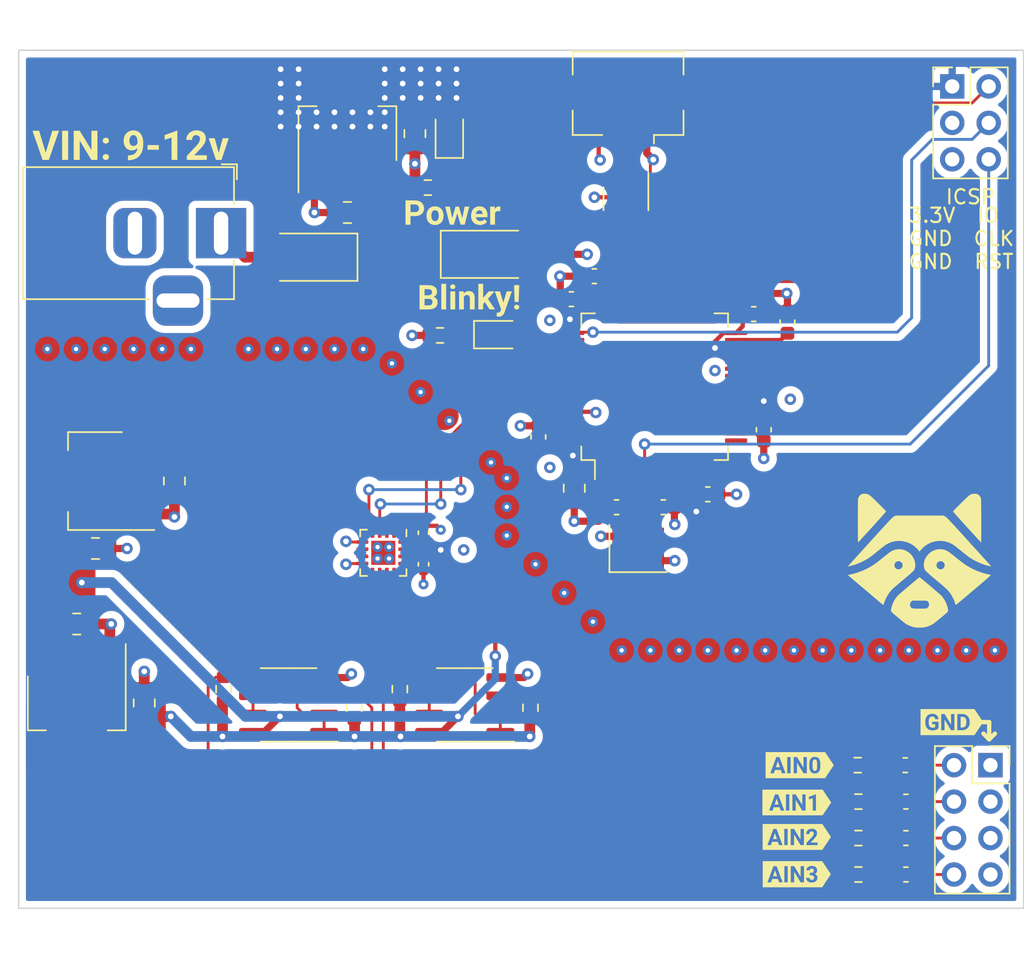
<source format=kicad_pcb>
(kicad_pcb (version 20211014) (generator pcbnew)
  (layers (0 "F.Cu" signal) (1 "In1.Cu" power) (2 "In2.Cu" power) (31 "B.Cu" signal) (34 "B.Paste" user) (35 "F.Paste" user) (36 "B.SilkS" user "B.Silkscreen") (37 "F.SilkS" user "F.Silkscreen") (38 "B.Mask" user) (39 "F.Mask" user) (44 "Edge.Cuts" user))
  (net 0 "")
  (net 1 "GND")
  (net 2 "/Analog In/FILT_AIN0")
  (net 3 "/Analog In/FILT_AIN1")
  (net 4 "/Analog In/FILT_AIN2")
  (net 5 "/Analog In/FILT_AIN3")
  (net 6 "+5VA")
  (net 7 "+3.3VA")
  (net 8 "/Analog In/AIN0")
  (net 9 "Net-(C301-Pad2)")
  (net 10 "/Analog In/AIN1")
  (net 11 "Net-(C302-Pad2)")
  (net 12 "/Analog In/AIN2")
  (net 13 "Net-(C303-Pad2)")
  (net 14 "/Analog In/AIN3")
  (net 15 "Net-(C304-Pad2)")
  (net 16 "/Microcontroller/MCU_PH0")
  (net 17 "/Microcontroller/MCU_PH1")
  (net 18 "+3.3V")
  (net 19 "VBUS")
  (net 20 "/Microcontroller/USB_D-")
  (net 21 "/Microcontroller/USB_D+")
  (net 23 "unconnected-(J401-Pad6)")
  (net 24 "/Microcontroller/MCU_SWD_IO")
  (net 25 "/Microcontroller/MCU_SWD_CLK")
  (net 26 "/Microcontroller/MCU_NRST")
  (net 27 "/Analog In/ADC_AIN0")
  (net 28 "/Analog In/ADC_AIN1")
  (net 29 "/Analog In/ADC_AIN2")
  (net 30 "/Analog In/ADC_AIN3")
  (net 31 "MCU_ADC_INT")
  (net 32 "/Analog In/MCU_SDA")
  (net 33 "/Analog In/MCU_SCL")
  (net 34 "/Microcontroller/MCU_USB_D+")
  (net 35 "/Microcontroller/MCU_USB_D-")
  (net 77 "/Microcontroller/MCU_VCAP1")
  (net 78 "/Microcontroller/MCU_VCAP2")
  (net 79 "/Microcontroller/MCU_LED")
  (net 80 "Net-(D202-Pad1)")
  (net 81 "Net-(D402-Pad1)")
  (net 84 "Net-(U303-Pad13)")
  (net 85 "Vin")
  (net 86 "Net-(D201-Pad2)")
  (footprint "Package_SO:SOIC-8_3.9x4.9mm_P1.27mm" (layer "F.Cu") (at 88.8 105.8 180)
    (fp_text reference "U302")
    (fp_text value "TL082")
  )
  (footprint "Connector_BarrelJack:BarrelJack_Horizontal" (layer "F.Cu") (at 84.1 72.925)
    (fp_text reference "J201")
    (fp_text value "Barrel_Jack")
  )
  (footprint "Capacitor_SMD:C_0603_1608Metric" (layer "F.Cu") (at 131.75 110 180)
    (fp_text reference "C301")
    (fp_text value "10u")
  )
  (footprint "Package_TO_SOT_SMD:SOT-23-6" (layer "F.Cu") (at 112.3 70.525 -90)
    (fp_text reference "U401")
    (fp_text value "USBLC6-2SC6")
  )
  (footprint "kibuzzard-63BB1A01" (layer "F.Cu") (at 124.2 115)
    (fp_text reference "kibuzzard-63BB1A01" hide)
    (fp_text value "G***" hide)
  )
  (footprint "Capacitor_SMD:C_0603_1608Metric" (layer "F.Cu") (at 123.55 79.125 90)
    (fp_text reference "C403")
    (fp_text value "2.2u")
  )
  (footprint "kibuzzard-63BB1A7D" (layer "F.Cu") (at 124.4 110)
    (fp_text reference "kibuzzard-63BB1A7D" hide)
    (fp_text value "G***" hide)
  )
  (footprint "Capacitor_SMD:C_0402_1005Metric" (layer "F.Cu") (at 98.2 96 -90)
    (fp_text reference "C306")
    (fp_text value "1u")
  )
  (footprint "Package_TO_SOT_SMD:SOT-223-3_TabPin2" (layer "F.Cu") (at 92.9 65.9875 90)
    (fp_text reference "U201")
    (fp_text value "AMS1117-3.3")
  )
  (footprint "kibuzzard-63BB1BAF" (layer "F.Cu") (at 100.25 71.5)
    (fp_text reference "kibuzzard-63BB1BAF" hide)
    (fp_text value "G***" hide)
  )
  (footprint "Capacitor_SMD:C_0805_2012Metric" (layer "F.Cu") (at 92.9 71.4875)
    (fp_text reference "C202")
    (fp_text value "22u")
  )
  (footprint "kibuzzard-63CD6EAA" (layer "F.Cu") (at 124.2 112.6)
    (fp_text reference "kibuzzard-63CD6EAA" hide)
    (fp_text value "G***" hide)
  )
  (footprint "Package_QFP:LQFP-64_10x10mm_P0.5mm" (layer "F.Cu") (at 114.3 83.625 90)
    (fp_text reference "U402")
    (fp_text value "STM32F405RGTx")
  )
  (footprint "Resistor_SMD:R_0603_1608Metric" (layer "F.Cu") (at 128.49 112.54 180)
    (fp_text reference "R302")
    (fp_text value "10k")
  )
  (footprint "Connector_USB:USB_Micro-B_Amphenol_10104110_Horizontal" (layer "F.Cu") (at 112.45 64.425 180)
    (fp_text reference "J401")
    (fp_text value "USB_B_Micro")
  )
  (footprint "Package_TO_SOT_SMD:SOT-223-3_TabPin2" (layer "F.Cu") (at 74.05 105.6625 -90)
    (fp_text reference "U203")
    (fp_text value "AMS1117-3.3")
  )
  (footprint "Capacitor_SMD:C_0603_1608Metric" (layer "F.Cu") (at 108.5 77.525 180)
    (fp_text reference "C409")
    (fp_text value "100n")
  )
  (footprint "Capacitor_SMD:C_0603_1608Metric" (layer "F.Cu") (at 114.9 92.025)
    (fp_text reference "C402")
    (fp_text value "30p")
  )
  (footprint "Capacitor_SMD:C_0603_1608Metric" (layer "F.Cu") (at 106.2 87.125 90)
    (fp_text reference "C405")
    (fp_text value "100n")
  )
  (footprint "Package_DFN_QFN:WQFN-16-1EP_3x3mm_P0.5mm_EP1.68x1.68mm" (layer "F.Cu") (at 95.4 95.2 -90)
    (fp_text reference "U303")
    (fp_text value "ADS7924")
  )
  (footprint "Capacitor_SMD:C_0402_1005Metric" (layer "F.Cu") (at 98.2 93.8 90)
    (fp_text reference "C305")
    (fp_text value "1u")
  )
  (footprint "Resistor_SMD:R_0603_1608Metric" (layer "F.Cu") (at 84.275 104.7 90)
    (fp_text reference "R308")
    (fp_text value "10k")
  )
  (footprint "Package_TO_SOT_SMD:SOT-223-3_TabPin2" (layer "F.Cu") (at 75.35 90.2 180)
    (fp_text reference "U202")
    (fp_text value "AMS1117-5.0")
  )
  (footprint "Diode_SMD:D_SMA" (layer "F.Cu") (at 90.2 74.6 180)
    (fp_text reference "D201")
    (fp_text value "SS54")
  )
  (footprint "Capacitor_SMD:C_0805_2012Metric" (layer "F.Cu") (at 74.05 100.1625 180)
    (fp_text reference "C204")
    (fp_text value "22u")
  )
  (footprint "LED_SMD:LED_0805_2012Metric" (layer "F.Cu") (at 103.4 80)
    (fp_text reference "D402")
    (fp_text value "GREEN")
  )
  (footprint "kibuzzard-63BB1AB4" (layer "F.Cu") (at 135 107)
    (fp_text reference "kibuzzard-63BB1AB4" hide)
    (fp_text value "G***" hide)
  )
  (footprint "Resistor_SMD:R_0603_1608Metric" (layer "F.Cu") (at 99.35 80.05 180)
    (fp_text reference "R401")
    (fp_text value "1k")
  )
  (footprint "Capacitor_SMD:C_0603_1608Metric" (layer "F.Cu") (at 121.2 78.565)
    (fp_text reference "C407")
    (fp_text value "100n")
  )
  (footprint "Capacitor_SMD:C_0603_1608Metric" (layer "F.Cu") (at 131.8 112.54 180)
    (fp_text reference "C302")
    (fp_text value "10u")
  )
  (footprint "Capacitor_SMD:C_0805_2012Metric" (layer "F.Cu") (at 108.7 90.7 -90)
    (fp_text reference "C410")
    (fp_text value "22u")
  )
  (footprint "Resistor_SMD:R_0603_1608Metric" (layer "F.Cu") (at 105.65 106 90)
    (fp_text reference "R305")
    (fp_text value "10k")
  )
  (footprint "Connector_PinHeader_2.54mm:PinHeader_2x03_P2.54mm_Vertical" (layer "F.Cu") (at 135.025 62.7)
    (fp_text reference "J402")
    (fp_text value "SWD")
  )
  (footprint "Resistor_SMD:R_0603_1608Metric" (layer "F.Cu") (at 128.49 117.62 180)
    (fp_text reference "R304")
    (fp_text value "10k")
  )
  (footprint "Connector_PinSocket_2.54mm:PinSocket_2x04_P2.54mm_Vertical" (layer "F.Cu") (at 137.69 110)
    (fp_text reference "J301")
    (fp_text value "Piezos")
  )
  (footprint "LOGO" (layer "F.Cu") (at 132.75 95.75)
    (fp_text reference "G***")
    (fp_text value "LOGO" hide)
  )
  (footprint "Resistor_SMD:R_0603_1608Metric" (layer "F.Cu") (at 128.49 115.08 180)
    (fp_text reference "R303")
    (fp_text value "10k")
  )
  (footprint "Capacitor_SMD:C_0805_2012Metric" (layer "F.Cu") (at 80.85 90.2 90)
    (fp_text reference "C201")
    (fp_text value "22u")
  )
  (footprint "Capacitor_SMD:C_0805_2012Metric" (layer "F.Cu") (at 97.6 65.9875 90)
    (fp_text reference "C203")
    (fp_text value "22u")
  )
  (footprint "Capacitor_SMD:C_0603_1608Metric" (layer "F.Cu") (at 110.1 75.925 180)
    (fp_text reference "C404")
    (fp_text value "2.2u")
  )
  (footprint "kibuzzard-63C77B3E" (layer "F.Cu") (at 101.4 77.6)
    (fp_text reference "kibuzzard-63C77B3E" hide)
    (fp_text value "G***" hide)
  )
  (footprint "LED_SMD:LED_0805_2012Metric" (layer "F.Cu") (at 100 66 90)
    (fp_text reference "D202")
    (fp_text value "RED")
  )
  (footprint "Diode_SMD:D_SMA" (layer "F.Cu") (at 102.8 74.4)
    (fp_text reference "D401")
    (fp_text value "SS54")
  )
  (footprint "Capacitor_SMD:C_0805_2012Metric" (layer "F.Cu") (at 75.35 94.9 180)
    (fp_text reference "C205")
    (fp_text value "22u")
  )
  (footprint "kibuzzard-63BB1A56" (layer "F.Cu") (at 124.2 117.6)
    (fp_text reference "kibuzzard-63BB1A56" hide)
    (fp_text value "G***" hide)
  )
  (footprint "Crystal:Crystal_SMD_3225-4Pin_3.2x2.5mm" (layer "F.Cu") (at 113.15 94.9)
    (fp_text reference "Y401")
    (fp_text value "25Mhz")
  )
  (footprint "Resistor_SMD:R_0603_1608Metric" (layer "F.Cu") (at 96.55 104.7 90)
    (fp_text reference "R306")
    (fp_text value "10k")
  )
  (footprint "Capacitor_SMD:C_0603_1608Metric" (layer "F.Cu") (at 111.65 92.025 180)
    (fp_text reference "C401")
    (fp_text value "30p")
  )
  (footprint "Capacitor_SMD:C_0603_1608Metric" (layer "F.Cu") (at 118 91.125)
    (fp_text reference "C408")
    (fp_text value "100n")
  )
  (footprint "Capacitor_SMD:C_0603_1608Metric" (layer "F.Cu") (at 121.9 86.625 -90)
    (fp_text reference "C406")
    (fp_text value "100n")
  )
  (footprint "Package_SO:SOIC-8_3.9x4.9mm_P1.27mm" (layer "F.Cu") (at 101.075 105.8 180)
    (fp_text reference "U301")
    (fp_text value "TL082")
  )
  (footprint "Resistor_SMD:R_0603_1608Metric" (layer "F.Cu") (at 128.44 110 180)
    (fp_text reference "R301")
    (fp_text value "10k")
  )
  (footprint "Capacitor_SMD:C_0603_1608Metric" (layer "F.Cu") (at 131.8 115.08 180)
    (fp_text reference "C303")
    (fp_text value "10u")
  )
  (footprint "Capacitor_SMD:C_0603_1608Metric" (layer "F.Cu") (at 131.8 117.62 180)
    (fp_text reference "C304")
    (fp_text value "10u")
  )
  (footprint "Resistor_SMD:R_0603_1608Metric" (layer "F.Cu") (at 98.5 69.75 180)
    (fp_text reference "R201")
    (fp_text value "1k")
  )
  (footprint "Resistor_SMD:R_0603_1608Metric" (layer "F.Cu") (at 93.375 106 90)
    (fp_text reference "R307")
    (fp_text value "10k")
  )
  (footprint "kibuzzard-63C77ADE" (layer "F.Cu") (at 77.8 66.8)
    (fp_text reference "kibuzzard-63C77ADE" hide)
    (fp_text value "G***" hide)
  )
  (footprint "Capacitor_SMD:C_0805_2012Metric" (layer "F.Cu") (at 78.75 105.6625 -90)
    (fp_text reference "C206")
    (fp_text value "22u")
  )
  (gr_line (start 137.6 108.2) (end 138 107.8) (layer "F.SilkS") (width 0.3))
  (gr_line (start 137.6 108.2) (end 137.2 107.8) (layer "F.SilkS") (width 0.3))
  (gr_line (start 137 107) (end 137.6 107) (layer "F.SilkS") (width 0.3))
  (gr_line (start 137.6 107) (end 137.6 108.2) (layer "F.SilkS") (width 0.3))
  (gr_rect (start 70 60.175) (end 140 119.975) (layer "Edge.Cuts") (width 0.1) (fill none))
  (gr_text "ICSP" (at 136.3 70.4) (layer "F.SilkS") (effects (font (size 1 1))))
  (gr_text "3.3V  IO\nGND	 CLK\nGND  RST" (at 131.9 73.3) (layer "F.SilkS") (effects (font (size 1 1)) (justify left)))
  (segment (start 121.975 77.45) (end 121.975 78.565) (width 0.5) (layer "F.Cu") (net 1))
  (segment (start 76.3 94.9) (end 77.55 94.9) (width 0.5) (layer "F.Cu") (net 1))
  (segment (start 110.4 93) (end 110.875 92.525) (width 0.5) (layer "F.Cu") (net 1))
  (segment (start 93.9425 94.45) (end 92.85 94.45) (width 0.2) (layer "F.Cu") (net 1))
  (segment (start 90.6 69.1375) (end 90.6 71.4875) (width 0.5) (layer "F.Cu") (net 1))
  (segment (start 116.05 91.65) (end 115.675 92.025) (width 0.3) (layer "F.Cu") (net 1))
  (segment (start 112.3 69.3875) (end 112.3 69.807107) (width 0.3) (layer "F.Cu") (net 1))
  (segment (start 108.7 93) (end 110.4 93) (width 0.5) (layer "F.Cu") (net 1))
  (segment (start 75 100.1625) (end 76.45 100.1625) (width 0.75) (layer "F.Cu") (net 1))
  (segment (start 107.725 77.525) (end 107.725 75.95) (width 0.5) (layer "F.Cu") (net 1))
  (segment (start 110.4 66.725) (end 110.4 67.725) (width 0.3) (layer "F.Cu") (net 1))
  (segment (start 106.725 86.875) (end 106.2 86.35) (width 0.2) (layer "F.Cu") (net 1))
  (segment (start 108.125 86.875) (end 106.725 86.875) (width 0.2) (layer "F.Cu") (net 1))
  (segment (start 97.6 66.9375) (end 97.6 68.0875) (width 0.75) (layer "F.Cu") (net 1))
  (segment (start 115.675 93.2) (end 115.7 93.225) (width 0.5) (layer "F.Cu") (net 1))
  (segment (start 92.85 95.95) (end 92.8 96) (width 0.2) (layer "F.Cu") (net 1))
  (segment (start 104 94) (end 104 92) (width 2) (layer "F.Cu") (net 1))
  (segment (start 115.675 92.025) (end 115.675 93.2) (width 0.5) (layer "F.Cu") (net 1))
  (segment (start 109.325 75.925) (end 107.7 75.925) (width 0.5) (layer "F.Cu") (net 1))
  (segment (start 103.55 103.895) (end 105.19 103.895) (width 0.5) (layer "F.Cu") (net 1))
  (segment (start 91.95 71.4875) (end 90.6 71.4875) (width 0.5) (layer "F.Cu") (net 1))
  (segment (start 112.3 69.807107) (end 111.682107 70.425) (width 0.3) (layer "F.Cu") (net 1))
  (segment (start 97.6 68.0875) (end 97.6 69.675) (width 0.75) (layer "F.Cu") (net 1))
  (segment (start 104.95 86.35) (end 106.2 86.35) (width 0.5) (layer "F.Cu") (net 1))
  (segment (start 121.9 88.625) (end 121.9 87.4) (width 0.5) (layer "F.Cu") (net 1))
  (segment (start 92.85 94.45) (end 92.8 94.4) (width 0.2) (layer "F.Cu") (net 1))
  (segment (start 80.65 92.5) (end 80.85 92.7) (width 0.75) (layer "F.Cu") (net 1))
  (segment (start 94 81) (end 95 81) (width 2) (layer "F.Cu") (net 1))
  (segment (start 80.85 91.15) (end 80.85 92.7) (width 0.75) (layer "F.Cu") (net 1))
  (segment (start 111.15 65.975) (end 110.4 66.725) (width 0.3) (layer "F.Cu") (net 1))
  (segment (start 118.775 91.125) (end 120 91.125) (width 0.3) (layer "F.Cu") (net 1))
  (segment (start 96 82) (end 98 84) (width 2) (layer "F.Cu") (net 1))
  (segment (start 107.725 75.95) (end 107.7 75.925) (width 0.5) (layer "F.Cu") (net 1))
  (segment (start 78.5 92.5) (end 80.65 92.5) (width 0.75) (layer "F.Cu") (net 1))
  (segment (start 78.75 103.4625) (end 78.75 104.7125) (width 0.75) (layer "F.Cu") (net 1))
  (segment (start 97.6 69.675) (end 97.675 69.75) (width 0.75) (layer "F.Cu") (net 1))
  (segment (start 98.525 80.05) (end 97.4 80.05) (width 0.5) (layer "F.Cu") (net 1))
  (segment (start 108.625 85.375) (end 110.15 85.375) (width 0.3) (layer "F.Cu") (net 1))
  (segment (start 112 102) (end 104 94) (width 2) (layer "F.Cu") (net 1))
  (segment (start 104 90) (end 102.9 88.9) (width 2) (layer "F.Cu") (net 1))
  (segment (start 98 84) (end 99.65 85.65) (width 2) (layer "F.Cu") (net 1))
  (segment (start 92 81) (end 94 81) (width 2) (layer "F.Cu") (net 1))
  (segment (start 91.275 103.895) (end 92.915 103.895) (width 0.5) (layer "F.Cu") (net 1))
  (segment (start 110.4 67.725) (end 110.5 67.825) (width 0.3) (layer "F.Cu") (net 1))
  (segment (start 111.682107 70.425) (end 110.1 70.425) (width 0.3) (layer "F.Cu") (net 1))
  (segment (start 82 81) (end 72 81) (width 2) (layer "F.Cu") (net 1))
  (segment (start 108.7 91.65) (end 108.7 93) (width 0.5) (layer "F.Cu") (net 1))
  (segment (start 98.2 93.32) (end 99.12 93.32) (width 0.3) (layer "F.Cu") (net 1))
  (segment (start 116.05 89.3) (end 116.05 91.65) (width 0.3) (layer "F.Cu") (net 1))
  (segment (start 99.12 93.32) (end 99.4 93.6) (width 0.3) (layer "F.Cu") (net 1))
  (segment (start 95 81) (end 96 82) (width 2) (layer "F.Cu") (net 1))
  (segment (start 138 102) (end 112 102) (width 2) (layer "F.Cu") (net 1))
  (segment (start 123.55 78.35) (end 123.55 77.175) (width 0.5) (layer "F.Cu") (net 1))
  (segment (start 92 81) (end 86 81) (width 2) (layer "F.Cu") (net 1))
  (segment (start 105.19 103.895) (end 105.45 103.635) (width 0.5) (layer "F.Cu") (net 1))
  (segment (start 104 92) (end 104 90) (width 2) (layer "F.Cu") (net 1))
  (segment (start 114.25 95.75) (end 115.7 95.75) (width 0.5) (layer "F.Cu") (net 1))
  (segment (start 121.375 86.875) (end 121.9 87.4) (width 0.3) (layer "F.Cu") (net 1))
  (segment (start 123.55 77.175) (end 123.5 77.125) (width 0.5) (layer "F.Cu") (net 1))
  (segment (start 110.875 92.525) (end 110.875 92.025) (width 0.5) (layer "F.Cu") (net 1))
  (segment (start 110.15 85.375) (end 110.2 85.425) (width 0.3) (layer "F.Cu") (net 1))
  (segment (start 123.5 77.125) (end 122.3 77.125) (width 0.5) (layer "F.Cu") (net 1))
  (segment (start 93.9425 94.95) (end 93.9425 94.45) (width 0.2) (layer "F.Cu") (net 1))
  (segment (start 122.3 77.125) (end 121.975 77.45) (width 0.5) (layer "F.Cu") (net 1))
  (segment (start 98.2 96.48) (end 98.2 97.4) (width 0.3) (layer "F.Cu") (net 1))
  (segment (start 76.35 102.5125) (end 76.35 100.2625) (width 0.75) (layer "F.Cu") (net 1))
  (segment (start 112.05 94.05) (end 110.55 94.05) (width 0.5) (layer "F.Cu") (net 1))
  (segment (start 76.35 100.2625) (end 76.45 100.1625) (width 0.75) (layer "F.Cu") (net 1))
  (segment (start 119.975 86.875) (end 121.375 86.875) (width 0.3) (layer "F.Cu") (net 1))
  (segment (start 92.915 103.895) (end 93.175 103.635) (width 0.5) (layer "F.Cu") (net 1))
  (segment (start 93.9425 95.95) (end 92.85 95.95) (width 0.2) (layer "F.Cu") (net 1))
  (via (at 110 100) (size 0.7) (drill 0.3) (layers "F.Cu" "B.Cu") (net 1))
  (via (at 114 102) (size 0.7) (drill 0.3) (layers "F.Cu" "B.Cu") (net 1))
  (via (at 124 102) (size 0.7) (drill 0.3) (layers "F.Cu" "B.Cu") (net 1))
  (via (at 138 102) (size 0.7) (drill 0.3) (layers "F.Cu" "B.Cu") (net 1))
  (via (at 76 81) (size 0.7) (drill 0.3) (layers "F.Cu" "B.Cu") (net 1))
  (via (at 110.5 67.825) (size 0.8) (drill 0.4) (layers "F.Cu" "B.Cu") (net 1))
  (via (at 98 84) (size 0.7) (drill 0.3) (layers "F.Cu" "B.Cu") (net 1))
  (via (at 80 81) (size 0.7) (drill 0.3) (layers "F.Cu" "B.Cu") (net 1))
  (via (at 132 102) (size 0.7) (drill 0.3) (layers "F.Cu" "B.Cu") (net 1))
  (via (at 126 102) (size 0.7) (drill 0.3) (layers "F.Cu" "B.Cu") (net 1))
  (via (at 108.7 93) (size 0.8) (drill 0.4) (layers "F.Cu" "B.Cu") (net 1))
  (via (at 116 102) (size 0.7) (drill 0.3) (layers "F.Cu" "B.Cu") (net 1))
  (via (at 110.1 70.425) (size 0.8) (drill 0.4) (layers "F.Cu" "B.Cu") (net 1))
  (via (at 121.9 88.625) (size 0.8) (drill 0.4) (layers "F.Cu" "B.Cu") (net 1))
  (via (at 136 102) (size 0.7) (drill 0.3) (layers "F.Cu" "B.Cu") (net 1))
  (via (at 128 102) (size 0.7) (drill 0.3) (layers "F.Cu" "B.Cu") (net 1))
  (via (at 130 102) (size 0.7) (drill 0.3) (layers "F.Cu" "B.Cu") (net 1))
  (via (at 95 94.8) (size 0.7) (drill 0.3) (layers "F.Cu" "B.Cu") (net 1))
  (via (at 107 89.25) (size 0.8) (drill 0.4) (layers "F.Cu" "B.Cu") (net 1))
  (via (at 92.8 96) (size 0.8) (drill 0.4) (layers "F.Cu" "B.Cu") (net 1))
  (via (at 72 81) (size 0.7) (drill 0.3) (layers "F.Cu" "B.Cu") (net 1))
  (via (at 112 102) (size 0.7) (drill 0.3) (layers "F.Cu" "B.Cu") (net 1))
  (via (at 78.75 103.4625) (size 0.8) (drill 0.4) (layers "F.Cu" "B.Cu") (net 1))
  (via (at 115.7 95.75) (size 0.8) (drill 0.4) (layers "F.Cu" "B.Cu") (net 1))
  (via (at 102.9 88.9) (size 0.7) (drill 0.3) (layers "F.Cu" "B.Cu") (net 1))
  (via (at 106 96) (size 0.7) (drill 0.3) (layers "F.Cu" "B.Cu") (net 1))
  (via (at 122 102) (size 0.7) (drill 0.3) (layers "F.Cu" "B.Cu") (net 1))
  (via (at 74 81) (size 0.7) (drill 0.3) (layers "F.Cu" "B.Cu") (net 1))
  (via (at 86 81) (size 0.7) (drill 0.3) (layers "F.Cu" "B.Cu") (net 1))
  (via (at 76.45 100.1625) (size 0.8) (drill 0.4) (layers "F.Cu" "B.Cu") (net 1))
  (via (at 80.85 92.7) (size 0.8) (drill 0.4) (layers "F.Cu" "B.Cu") (net 1))
  (via (at 95.8 95.6) (size 0.7) (drill 0.3) (layers "F.Cu" "B.Cu") (net 1))
  (via (at 110.2 85.425) (size 0.8) (drill 0.4) (layers "F.Cu" "B.Cu") (net 1))
  (via (at 88 81) (size 0.7) (drill 0.3) (layers "F.Cu" "B.Cu") (net 1))
  (via (at 96 82) (size 0.7) (drill 0.3) (layers "F.Cu" "B.Cu") (net 1))
  (via (at 101 95) (size 0.8) (drill 0.4) (layers "F.Cu" "B.Cu") (net 1))
  (via (at 120 102) (size 0.7) (drill 0.3) (layers "F.Cu" "B.Cu") (net 1))
  (via (at 107.7 75.925) (size 0.8) (drill 0.4) (layers "F.Cu" "B.Cu") (net 1))
  (via (at 123.5 77.125) (size 0.8) (drill 0.4) (layers "F.Cu" "B.Cu") (net 1))
  (via (at 110.55 94.05) (size 0.8) (drill 0.4) (layers "F.Cu" "B.Cu") (net 1))
  (via (at 98.2 97.4) (size 0.7) (drill 0.3) (layers "F.Cu" "B.Cu") (net 1))
  (via (at 97.4 80.05) (size 0.8) (drill 0.4) (layers "F.Cu" "B.Cu") (net 1))
  (via (at 90 81) (size 0.7) (drill 0.3) (layers "F.Cu" "B.Cu") (net 1))
  (via (at 123.75 84.5) (size 0.8) (drill 0.4) (layers "F.Cu" "B.Cu") (net 1))
  (via (at 118.5 82.5) (size 0.8) (drill 0.4) (layers "F.Cu" "B.Cu") (net 1))
  (via (at 99.4 93.6) (size 0.7) (drill 0.3) (layers "F.Cu" "B.Cu") (net 1))
  (via (at 104 90) (size 0.7) (drill 0.3) (layers "F.Cu" "B.Cu") (net 1))
  (via (at 115.7 93.225) (size 0.8) (drill 0.4) (layers "F.Cu" "B.Cu") (net 1))
  (via (at 97.6 68.0875) (size 0.8) (drill 0.4) (layers "F.Cu" "B.Cu") (net 1))
  (via (at 104 94) (size 0.7) (drill 0.3) (layers "F.Cu" "B.Cu") (net 1))
  (via (at 92.8 94.4) (size 0.8) (drill 0.4) (layers "F.Cu" "B.Cu") (net 1))
  (via (at 93.175 103.635) (size 0.8) (drill 0.4) (layers "F.Cu" "B.Cu") (net 1))
  (via (at 94 81) (size 0.7) (drill 0.3) (layers "F.Cu" "B.Cu") (net 1))
  (via (at 95.8 94.8) (size 0.7) (drill 0.3) (layers "F.Cu" "B.Cu") (net 1))
  (via (at 104.95 86.35) (size 0.8) (drill 0.4) (layers "F.Cu" "B.Cu") (net 1))
  (via (at 107 79) (size 0.8) (drill 0.4) (layers "F.Cu" "B.Cu") (net 1))
  (via (at 100 86) (size 0.7) (drill 0.3) (layers "F.Cu" "B.Cu") (net 1))
  (via (at 134 102) (size 0.7) (drill 0.3) (layers "F.Cu" "B.Cu") (net 1))
  (via (at 82 81) (size 0.7) (drill 0.3) (layers "F.Cu" "B.Cu") (net 1))
  (via (at 92 81) (size 0.7) (drill 0.3) (layers "F.Cu" "B.Cu") (net 1))
  (via (at 108 98) (size 0.7) (drill 0.3) (layers "F.Cu" "B.Cu") (net 1))
  (via (at 90.6 71.4875) (size 0.8) (drill 0.4) (layers "F.Cu" "B.Cu") (net 1))
  (via (at 78 81) (size 0.7) (drill 0.3) (layers "F.Cu" "B.Cu") (net 1))
  (via (at 120 91.125) (size 0.8) (drill 0.4) (layers "F.Cu" "B.Cu") (net 1))
  (via (at 77.55 94.9) (size 0.8) (drill 0.4) (layers "F.Cu" "B.Cu") (net 1))
  (via (at 118 102) (size 0.7) (drill 0.3) (layers "F.Cu" "B.Cu") (net 1))
  (via (at 104 92) (size 0.7) (drill 0.3) (layers "F.Cu" "B.Cu") (net 1))
  (via (at 105.45 103.635) (size 0.8) (drill 0.4) (layers "F.Cu" "B.Cu") (net 1))
  (via (at 95 95.6) (size 0.7) (drill 0.3) (layers "F.Cu" "B.Cu") (net 1))
  (segment (start 112.8 110) (end 107.975 105.175) (width 0.2) (layer "F.Cu") (net 2))
  (segment (start 105.64 105.165) (end 105.65 105.175) (width 0.2) (layer "F.Cu") (net 2))
  (segment (start 107.975 105.175) (end 105.65 105.175) (width 0.2) (layer "F.Cu") (net 2))
  (segment (start 103.55 105.165) (end 105.64 105.165) (width 0.2) (layer "F.Cu") (net 2))
  (segment (start 127.615 110) (end 112.8 110) (width 0.2) (layer "F.Cu") (net 2))
  (segment (start 127.665 112.54) (end 97.54 112.54) (width 0.2) (layer "F.Cu") (net 3))
  (segment (start 95.4 110.4) (end 95.4 104.4) (width 0.2) (layer "F.Cu") (net 3))
  (segment (start 95.4 104.4) (end 95.925 103.875) (width 0.2) (layer "F.Cu") (net 3))
  (segment (start 98.6 103.895) (end 96.57 103.895) (width 0.2) (layer "F.Cu") (net 3))
  (segment (start 96.57 103.895) (end 96.55 103.875) (width 0.2) (layer "F.Cu") (net 3))
  (segment (start 97.54 112.54) (end 95.4 110.4) (width 0.2) (layer "F.Cu") (net 3))
  (segment (start 95.925 103.875) (end 96.55 103.875) (width 0.2) (layer "F.Cu") (net 3))
  (segment (start 127.665 115.08) (end 96.08 115.08) (width 0.2) (layer "F.Cu") (net 4))
  (segment (start 94.6 106) (end 93.775 105.175) (width 0.2) (layer "F.Cu") (net 4))
  (segment (start 96.08 115.08) (end 94.6 113.6) (width 0.2) (layer "F.Cu") (net 4))
  (segment (start 93.775 105.175) (end 93.375 105.175) (width 0.2) (layer "F.Cu") (net 4))
  (segment (start 93.375 105.175) (end 91.285 105.175) (width 0.2) (layer "F.Cu") (net 4))
  (segment (start 94.6 113.6) (end 94.6 106) (width 0.2) (layer "F.Cu") (net 4))
  (segment (start 83.725 103.875) (end 84.275 103.875) (width 0.2) (layer "F.Cu") (net 5))
  (segment (start 83.2 116.6) (end 83.2 104.4) (width 0.2) (layer "F.Cu") (net 5))
  (segment (start 127.665 117.62) (end 84.22 117.62) (width 0.2) (layer "F.Cu") (net 5))
  (segment (start 84.22 117.62) (end 83.2 116.6) (width 0.2) (layer "F.Cu") (net 5))
  (segment (start 86.325 103.895) (end 84.295 103.895) (width 0.2) (layer "F.Cu") (net 5))
  (segment (start 83.2 104.4) (end 83.725 103.875) (width 0.2) (layer "F.Cu") (net 5))
  (segment (start 103.2 100.2) (end 103.2 102.4) (width 0.3) (layer "F.Cu") (net 6))
  (segment (start 96.8575 94.95) (end 97.63 94.95) (width 0.2) (layer "F.Cu") (net 6))
  (segment (start 71.85 100.1625) (end 73.1 100.1625) (width 0.75) (layer "F.Cu") (net 6))
  (segment (start 98.2 95.52) (end 98.52 95.52) (width 0.3) (layer "F.Cu") (net 6))
  (segment (start 98.6 107.705) (end 99.495 107.705) (width 0.5) (layer "F.Cu") (net 6))
  (segment (start 99.495 107.705) (end 100.6 106.6) (width 0.5) (layer "F.Cu") (net 6))
  (segment (start 72.2 90.2) (end 78.5 90.2) (width 0.75) (layer "F.Cu") (net 6))
  (segment (start 97.63 94.95) (end 98.2 95.52) (width 0.2) (layer "F.Cu") (net 6))
  (segment (start 74.4 97.275) (end 73.35 97.275) (width 0.75) (layer "F.Cu") (net 6))
  (segment (start 87.095 107.705) (end 88.2 106.6) (width 0.5) (layer "F.Cu") (net 6))
  (segment (start 74.4 97.325) (end 74.4 94.9) (width 0.75) (layer "F.Cu") (net 6))
  (segment (start 73.1 97.525) (end 73.1 100.1625) (width 0.75) (layer "F.Cu") (net 6))
  (segment (start 86.325 107.705) (end 87.095 107.705) (width 0.5) (layer "F.Cu") (net 6))
  (segment (start 71.75 100.2625) (end 71.85 100.1625) (width 0.75) (layer "F.Cu") (net 6))
  (segment (start 73.35 97.275) (end 73.1 97.525) (width 0.75) (layer "F.Cu") (net 6))
  (segment (start 71.75 102.5125) (end 71.75 100.2625) (width 0.75) (layer "F.Cu") (net 6))
  (segment (start 74.4 94.9) (end 74.35 94.95) (width 0.75) (layer "F.Cu") (net 6))
  (segment (start 98.52 95.52) (end 103.2 100.2) (width 0.3) (layer "F.Cu") (net 6))
  (via (at 100.6 106.6) (size 0.8) (drill 0.4) (layers "F.Cu" "B.Cu") (net 6))
  (via (at 88.2 106.6) (size 0.8) (drill 0.4) (layers "F.Cu" "B.Cu") (net 6))
  (via (at 74.4 97.275) (size 0.8) (drill 0.4) (layers "F.Cu" "B.Cu") (net 6))
  (via (at 103.2 102.4) (size 0.8) (drill 0.4) (layers "F.Cu" "B.Cu") (net 6))
  (segment (start 74.4 97.275) (end 76.475 97.275) (width 0.75) (layer "B.Cu") (net 6))
  (segment (start 100.6 106.6) (end 103.2 104) (width 0.5) (layer "B.Cu") (net 6))
  (segment (start 76.475 97.275) (end 85.8 106.6) (width 0.75) (layer "B.Cu") (net 6))
  (segment (start 85.8 106.6) (end 88.2 106.6) (width 0.75) (layer "B.Cu") (net 6))
  (segment (start 88.2 106.6) (end 100.6 106.6) (width 0.75) (layer "B.Cu") (net 6))
  (segment (start 103.2 104) (end 103.2 102.4) (width 0.5) (layer "B.Cu") (net 6))
  (segment (start 74.05 108.8125) (end 74.05 102.5125) (width 0.75) (layer "F.Cu") (net 7))
  (segment (start 76.25 106.6125) (end 74.05 108.8125) (width 0.75) (layer "F.Cu") (net 7))
  (segment (start 84.2 105.6) (end 84.275 105.525) (width 0.75) (layer "F.Cu") (net 7))
  (segment (start 84.2 108) (end 84.2 105.6) (width 0.75) (layer "F.Cu") (net 7))
  (segment (start 93.4 108) (end 93.4 106.85) (width 0.75) (layer "F.Cu") (net 7))
  (segment (start 78.75 106.6125) (end 76.25 106.6125) (width 0.75) (layer "F.Cu") (net 7))
  (segment (start 96.55 105.76) (end 96.55 107.95) (width 0.75) (layer "F.Cu") (net 7))
  (segment (start 78.75 106.6125) (end 80.5875 106.6125) (width 0.75) (layer "F.Cu") (net 7))
  (segment (start 93.4 106.85) (end 93.375 106.825) (width 0.75) (layer "F.Cu") (net 7))
  (segment (start 105.6 108) (end 105.6 106.875) (width 0.75) (layer "F.Cu") (net 7))
  (segment (start 96.55 107.95) (end 96.6 108) (width 0.75) (layer "F.Cu") (net 7))
  (segment (start 80.5875 106.6125) (end 80.6 106.6) (width 0.75) (layer "F.Cu") (net 7))
  (segment (start 105.6 106.875) (end 105.65 106.825) (width 0.75) (layer "F.Cu") (net 7))
  (via (at 80.6 106.6) (size 0.8) (drill 0.4) (layers "F.Cu" "B.Cu") (net 7))
  (via (at 96.6 108) (size 0.8) (drill 0.4) (layers "F.Cu" "B.Cu") (net 7))
  (via (at 84.2 108) (size 0.8) (drill 0.4) (layers "F.Cu" "B.Cu") (net 7))
  (via (at 93.4 108) (size 0.8) (drill 0.4) (layers "F.Cu" "B.Cu") (net 7))
  (via (at 105.6 108) (size 0.8) (drill 0.4) (layers "F.Cu" "B.Cu") (net 7))
  (segment (start 93.4 108) (end 105.6 108) (width 0.75) (layer "B.Cu") (net 7))
  (segment (start 83.6 108) (end 93.4 108) (width 0.75) (layer "B.Cu") (net 7))
  (segment (start 82 108) (end 83.6 108) (width 0.75) (layer "B.Cu") (net 7))
  (segment (start 80.6 106.6) (end 82 108) (width 0.75) (layer "B.Cu") (net 7))
  (segment (start 132.525 110) (end 135.15 110) (width 0.2) (layer "F.Cu") (net 8))
  (segment (start 129.265 110) (end 130.915 110) (width 0.2) (layer "F.Cu") (net 9))
  (segment (start 132.575 112.54) (end 135.15 112.54) (width 0.2) (layer "F.Cu") (net 10))
  (segment (start 129.3 112.54) (end 130.95 112.54) (width 0.2) (layer "F.Cu") (net 11))
  (segment (start 132.575 115.08) (end 135.15 115.08) (width 0.2) (layer "F.Cu") (net 12))
  (segment (start 129.315 115.08) (end 130.965 115.08) (width 0.2) (layer "F.Cu") (net 13))
  (segment (start 132.575 117.62) (end 135.15 117.62) (width 0.2) (layer "F.Cu") (net 14))
  (segment (start 129.075 117.62) (end 130.725 117.62) (width 0.2) (layer "F.Cu") (net 15))
  (segment (start 112.55 91.9) (end 112.425 92.025) (width 0.3) (layer "F.Cu") (net 16))
  (segment (start 112.425 92.025) (end 113.15 92.75) (width 0.3) (layer "F.Cu") (net 16))
  (segment (start 113.15 92.75) (end 113.15 94.95) (width 0.3) (layer "F.Cu") (net 16))
  (segment (start 113.15 94.95) (end 112.35 95.75) (width 0.3) (layer "F.Cu") (net 16))
  (segment (start 112.35 95.75) (end 112.05 95.75) (width 0.3) (layer "F.Cu") (net 16))
  (segment (start 112.55 89.3) (end 112.55 91.9) (width 0.3) (layer "F.Cu") (net 16))
  (segment (start 114.125 92.025) (end 114.125 93.925) (width 0.3) (layer "F.Cu") (net 17))
  (segment (start 113.05 89.3) (end 113.05 90.95) (width 0.3) (layer "F.Cu") (net 17))
  (segment (start 114.125 93.925) (end 114.25 94.05) (width 0.3) (layer "F.Cu") (net 17))
  (segment (start 113.05 90.95) (end 114.125 92.025) (width 0.3) (layer "F.Cu") (net 17))
  (segment (start 118.5 80.473959) (end 119.098959 79.875) (width 0.3) (layer "F.Cu") (net 18))
  (segment (start 109.275 78.05) (end 108.4 78.925) (width 0.3) (layer "F.Cu") (net 18))
  (segment (start 117.225 91.125) (end 117.225 92.3) (width 0.3) (layer "F.Cu") (net 18))
  (segment (start 108.7 89.75) (end 108.7 88.525) (width 0.3) (layer "F.Cu") (net 18))
  (segment (start 116.55 89.3) (end 116.55 90.45) (width 0.3) (layer "F.Cu") (net 18))
  (segment (start 120.425 78.565) (end 120.5 78.225) (width 0.3) (layer "F.Cu") (net 18))
  (segment (start 98.68 94.28) (end 98.2 94.28) (width 0.3) (layer "F.Cu") (net 18))
  (segment (start 122 85.825) (end 121.9 85.85) (width 0.3) (layer "F.Cu") (net 18))
  (segment (start 109.7 77.95) (end 109.1 77.725) (width 0.3) (layer "F.Cu") (net 18))
  (segment (start 120.425 79.425) (end 119.975 79.875) (width 0.3) (layer "F.Cu") (net 18))
  (segment (start 98.03 94.45) (end 98.2 94.28) (width 0.2) (layer "F.Cu") (net 18))
  (segment (start 108.6 88.425) (end 108.6 87.4) (width 0.3) (layer "F.Cu") (net 18))
  (segment (start 108.6 87.4) (end 108.625 87.375) (width 0.3) (layer "F.Cu") (net 18))
  (segment (start 109.275 77.525) (end 109.275 78.05) (width 0.3) (layer "F.Cu") (net 18))
  (segment (start 117.2 91.325) (end 117.225 91.125) (width 0.3) (layer "F.Cu") (net 18))
  (segment (start 106.725 87.375) (end 106.2 87.9) (width 0.3) (layer "F.Cu") (net 18))
  (segment (start 96.8575 94.45) (end 98.03 94.45) (width 0.2) (layer "F.Cu") (net 18))
  (segment (start 110.55 77.95) (end 109.7 77.95) (width 0.3) (layer "F.Cu") (net 18))
  (segment (start 121.375 86.375) (end 122 85.825) (width 0.3) (layer "F.Cu") (net 18))
  (segment (start 109.15 89.3) (end 108.7 89.75) (width 0.3) (layer "F.Cu") (net 18))
  (segment (start 92.9 69.1375) (end 92.9 65.85) (width 0.75) (layer "F.Cu") (net 18))
  (segment (start 99.4 95) (end 98.68 94.28) (width 0.3) (layer "F.Cu") (net 18))
  (segment (start 120.5 78.225) (end 120.425 79.425) (width 0.3) (layer "F.Cu") (net 18))
  (segment (start 116.55 90.45) (end 117.2 91.325) (width 0.3) (layer "F.Cu") (net 18))
  (segment (start 110.55 89.3) (end 109.15 89.3) (width 0.3) (layer "F.Cu") (net 18))
  (segment (start 121.9 85.85) (end 121.9 84.625) (width 0.3) (layer "F.Cu") (net 18))
  (segment (start 108.7 88.525) (end 108.6 88.425) (width 0.3) (layer "F.Cu") (net 18))
  (segment (start 119.975 86.375) (end 121.375 86.375) (width 0.3) (layer "F.Cu") (net 18))
  (segment (start 108.125 87.375) (end 106.725 87.375) (width 0.3) (layer "F.Cu") (net 18))
  (segment (start 118.5 80.925) (end 118.5 80.473959) (width 0.3) (layer "F.Cu") (net 18))
  (segment (start 119.098959 79.875) (end 119.975 79.875) (width 0.3) (layer "F.Cu") (net 18))
  (segment (start 92.9 65.85) (end 93.25 65.5) (width 0.75) (layer "F.Cu") (net 18))
  (segment (start 117.225 92.3) (end 117.2 92.325) (width 0.3) (layer "F.Cu") (net 18))
  (via (at 89.5 64.5) (size 0.8) (drill 0.4) (layers "F.Cu" "B.Cu") (net 18))
  (via (at 95.5 62.5) (size 0.8) (drill 0.4) (layers "F.Cu" "B.Cu") (net 18))
  (via (at 99.25 61.5) (size 0.8) (drill 0.4) (layers "F.Cu" "B.Cu") (net 18))
  (via (at 108.4 78.925) (size 0.8) (drill 0.4) (layers "F.Cu" "B.Cu") (net 18))
  (via (at 95.5 61.5) (size 0.8) (drill 0.4) (layers "F.Cu" "B.Cu") (net 18))
  (via (at 88.25 63.5) (size 0.8) (drill 0.4) (layers "F.Cu" "B.Cu") (net 18))
  (via (at 89.5 65.5) (size 0.8) (drill 0.4) (layers "F.Cu" "B.Cu") (net 18))
  (via (at 100.5 62.5) (size 0.8) (drill 0.4) (layers "F.Cu" "B.Cu") (net 18))
  (via (at 99.25 63.5) (size 0.8) (drill 0.4) (layers "F.Cu" "B.Cu") (net 18))
  (via (at 92 65.5) (size 0.8) (drill 0.4) (layers "F.Cu" "B.Cu") (net 18))
  (via (at 89.5 61.5) (size 0.8) (drill 0.4) (layers "F.Cu" "B.Cu") (net 18))
  (via (at 96.75 63.5) (size 0.8) (drill 0.4) (layers "F.Cu" "B.Cu") (net 18))
  (via (at 98 62.5) (size 0.8) (drill 0.4) (layers "F.Cu" "B.Cu") (net 18))
  (via (at 99.25 62.5) (size 0.8) (drill 0.4) (layers "F.Cu" "B.Cu") (net 18))
  (via (at 89.5 63.5) (size 0.8) (drill 0.4) (layers "F.Cu" "B.Cu") (net 18))
  (via (at 99.4 95) (size 0.8) (drill 0.4) (layers "F.Cu" "B.Cu") (net 18))
  (via (at 117.2 92.325) (size 0.8) (drill 0.4) (layers "F.Cu" "B.Cu") (net 18))
  (via (at 95.5 65.5) (size 0.8) (drill 0.4) (layers "F.Cu" "B.Cu") (net 18))
  (via (at 95.5 63.5) (size 0.8) (drill 0.4) (layers "F.Cu" "B.Cu") (net 18))
  (via (at 94.5 65.5) (size 0.8) (drill 0.4) (layers "F.Cu" "B.Cu") (net 18))
  (via (at 98 61.5) (size 0.8) (drill 0.4) (layers "F.Cu" "B.Cu") (net 18))
  (via (at 118.5 80.925) (size 0.8) (drill 0.4) (layers "F.Cu" "B.Cu") (net 18))
  (via (at 100.5 61.5) (size 0.8) (drill 0.4) (layers "F.Cu" "B.Cu") (net 18))
  (via (at 108.6 88.425) (size 0.8) (drill 0.4) (layers "F.Cu" "B.Cu") (net 18))
  (via (at 90.75 64.5) (size 0.8) (drill 0.4) (layers "F.Cu" "B.Cu") (net 18))
  (via (at 95.5 64.5) (size 0.8) (drill 0.4) (layers "F.Cu" "B.Cu") (net 18))
  (via (at 92 64.5) (size 0.8) (drill 0.4) (layers "F.Cu" "B.Cu") (net 18))
  (via (at 90.75 65.5) (size 0.8) (drill 0.4) (layers "F.Cu" "B.Cu") (net 18))
  (via (at 88.25 64.5) (size 0.8) (drill 0.4) (layers "F.Cu" "B.Cu") (net 18))
  (via (at 88.25 65.5) (size 0.8) (drill 0.4) (layers "F.Cu" "B.Cu") (net 18))
  (via (at 93.25 65.5) (size 0.8) (drill 0.4) (layers "F.Cu" "B.Cu") (net 18))
  (via (at 121.9 84.625) (size 0.8) (drill 0.4) (layers "F.Cu" "B.Cu") (net 18))
  (via (at 88.25 62.5) (size 0.8) (drill 0.4) (layers "F.Cu" "B.Cu") (net 18))
  (via (at 96.75 61.5) (size 0.8) (drill 0.4) (layers "F.Cu" "B.Cu") (net 18))
  (via (at 96.75 62.5) (size 0.8) (drill 0.4) (layers "F.Cu" "B.Cu") (net 18))
  (via (at 100.5 63.5) (size 0.8) (drill 0.4) (layers "F.Cu" "B.Cu") (net 18))
  (via (at 98 63.5) (size 0.8) (drill 0.4) (layers "F.Cu" "B.Cu") (net 18))
  (via (at 94.5 64.5) (size 0.8) (drill 0.4) (layers "F.Cu" "B.Cu") (net 18))
  (via (at 89.5 62.5) (size 0.8) (drill 0.4) (layers "F.Cu" "B.Cu") (net 18))
  (via (at 88.25 61.5) (size 0.8) (drill 0.4) (layers "F.Cu" "B.Cu") (net 18))
  (via (at 93.25 64.5) (size 0.8) (drill 0.4) (layers "F.Cu" "B.Cu") (net 18))
  (segment (start 113.75 67.35) (end 114.2 67.8) (width 0.5) (layer "F.Cu") (net 19))
  (segment (start 109.6 74.4) (end 104.8 74.4) (width 0.5) (layer "F.Cu") (net 19))
  (segment (start 114 69.936396) (end 114 68) (width 0.2) (layer "F.Cu") (net 19))
  (segment (start 112.425 70.7) (end 112.3 70.825) (width 0.2) (layer "F.Cu") (net 19))
  (segment (start 112.3 70.825) (end 112.3 71.6625) (width 0.2) (layer "F.Cu") (net 19))
  (segment (start 114 69.936396) (end 113.236396 70.7) (width 0.2) (layer "F.Cu") (net 19))
  (segment (start 113.236396 70.7) (end 112.425 70.7) (width 0.2) (layer "F.Cu") (net 19))
  (segment (start 113.75 65.975) (end 113.75 67.35) (width 0.5) (layer "F.Cu") (net 19))
  (segment (start 114 68) (end 114.2 67.8) (width 0.2) (layer "F.Cu") (net 19))
  (via (at 109.6 74.4) (size 0.8) (drill 0.4) (layers "F.Cu" "B.Cu") (net 19))
  (via (at 114.2 67.8) (size 0.8) (drill 0.4) (layers "F.Cu" "B.Cu") (net 19))
  (segment (start 113.1 69.2375) (end 113.25 69.3875) (width 0.2) (layer "F.Cu") (net 20))
  (segment (start 113.1 65.975) (end 113.1 69.2375) (width 0.2) (layer "F.Cu") (net 20))
  (segment (start 112.45 67.938604) (end 111.35 69.038604) (width 0.2) (layer "F.Cu") (net 21))
  (segment (start 111.35 69.038604) (end 111.35 69.3875) (width 0.2) (layer "F.Cu") (net 21))
  (segment (start 112.45 65.975) (end 112.45 67.938604) (width 0.2) (layer "F.Cu") (net 21))
  (segment (start 108.7 63.125) (end 116.2 63.125) (width 0.75) (layer "F.Cu") (net 23))
  (segment (start 136.415 63.85) (end 133.775 63.85) (width 0.2) (layer "F.Cu") (net 24))
  (segment (start 111.81967 79.125) (end 111.55 78.85533) (width 0.2) (layer "F.Cu") (net 24))
  (segment (start 137.565 62.7) (end 136.415 63.85) (width 0.2) (layer "F.Cu") (net 24))
  (segment (start 121.325 76.3) (end 118.5 79.125) (width 0.2) (layer "F.Cu") (net 24))
  (segment (start 133.775 63.85) (end 131.4 66.225) (width 0.2) (layer "F.Cu") (net 24))
  (segment (start 131.4 66.225) (end 131.4 74.9) (width 0.2) (layer "F.Cu") (net 24))
  (segment (start 131.4 74.9) (end 130 76.3) (width 0.2) (layer "F.Cu") (net 24))
  (segment (start 111.55 78.85533) (end 111.55 77.95) (width 0.2) (layer "F.Cu") (net 24))
  (segment (start 130 76.3) (end 121.325 76.3) (width 0.2) (layer "F.Cu") (net 24))
  (segment (start 118.5 79.125) (end 111.81967 79.125) (width 0.2) (layer "F.Cu") (net 24))
  (segment (start 110 79.825) (end 108.675 79.825) (width 0.2) (layer "F.Cu") (net 25))
  (segment (start 108.675 79.825) (end 108.625 79.875) (width 0.2) (layer "F.Cu") (net 25))
  (via (at 110 79.825) (size 0.8) (drill 0.4) (layers "F.Cu" "B.Cu") (net 25))
  (segment (start 137.565 65.24) (end 136.415 66.39) (width 0.2) (layer "B.Cu") (net 25))
  (segment (start 110 79.825) (end 131.2 79.825) (width 0.2) (layer "B.Cu") (net 25))
  (segment (start 132.2 67.825) (end 133.635 66.39) (width 0.2) (layer "B.Cu") (net 25))
  (segment (start 136.415 66.39) (end 133.635 66.39) (width 0.2) (layer "B.Cu") (net 25))
  (segment (start 132.2 67.825) (end 132.2 78.825) (width 0.2) (layer "B.Cu") (net 25))
  (segment (start 132.2 78.825) (end 131.2 79.825) (width 0.2) (layer "B.Cu") (net 25))
  (segment (start 113.6 87.625) (end 113.6 89.25) (width 0.2) (layer "F.Cu") (net 26))
  (segment (start 113.6 89.25) (end 113.55 89.3) (width 0.2) (layer "F.Cu") (net 26))
  (via (at 113.6 87.625) (size 0.8) (drill 0.4) (layers "F.Cu" "B.Cu") (net 26))
  (segment (start 137.565 67.78) (end 137.565 82.16) (width 0.2) (layer "B.Cu") (net 26))
  (segment (start 132.1 87.625) (end 113.6 87.625) (width 0.2) (layer "B.Cu") (net 26))
  (segment (start 137.565 82.16) (end 132.1 87.625) (width 0.2) (layer "B.Cu") (net 26))
  (segment (start 103.55 106.67) (end 103.55 107.94) (width 0.2) (layer "F.Cu") (net 27))
  (segment (start 101.8 103) (end 96.15 97.35) (width 0.2) (layer "F.Cu") (net 27))
  (segment (start 102.07 106.67) (end 101.8 106.4) (width 0.2) (layer "F.Cu") (net 27))
  (segment (start 101.8 106.4) (end 101.8 103) (width 0.2) (layer "F.Cu") (net 27))
  (segment (start 103.55 106.67) (end 102.07 106.67) (width 0.2) (layer "F.Cu") (net 27))
  (segment (start 96.15 97.35) (end 96.15 96.6575) (width 0.2) (layer "F.Cu") (net 27))
  (segment (start 98.6 105.4) (end 99.6 105.4) (width 0.2) (layer "F.Cu") (net 28))
  (segment (start 99.6 105.4) (end 100 105) (width 0.2) (layer "F.Cu") (net 28))
  (segment (start 98.6 106.67) (end 98.6 105.4) (width 0.2) (layer "F.Cu") (net 28))
  (segment (start 100 105) (end 100 103) (width 0.2) (layer "F.Cu") (net 28))
  (segment (start 100 103) (end 95.65 98.65) (width 0.2) (layer "F.Cu") (net 28))
  (segment (start 95.65 98.65) (end 95.65 96.6575) (width 0.2) (layer "F.Cu") (net 28))
  (segment (start 91.275 106.435) (end 89.835 106.435) (width 0.2) (layer "F.Cu") (net 29))
  (segment (start 91.275 106.435) (end 91.275 107.705) (width 0.2) (layer "F.Cu") (net 29))
  (segment (start 95.15 97.25) (end 95.15 96.6575) (width 0.2) (layer "F.Cu") (net 29))
  (segment (start 89.4 106) (end 89.4 103) (width 0.2) (layer "F.Cu") (net 29))
  (segment (start 89.4 103) (end 95.15 97.25) (width 0.2) (layer "F.Cu") (net 29))
  (segment (start 89.835 106.435) (end 89.4 106) (width 0.2) (layer "F.Cu") (net 29))
  (segment (start 88 104.6) (end 87.435 105.165) (width 0.2) (layer "F.Cu") (net 30))
  (segment (start 86.325 105.165) (end 86.325 106.435) (width 0.2) (layer "F.Cu") (net 30))
  (segment (start 87.435 105.165) (end 86.325 105.165) (width 0.2) (layer "F.Cu") (net 30))
  (segment (start 94.65 96.6575) (end 88 103.3075) (width 0.2) (layer "F.Cu") (net 30))
  (segment (start 88 103.3075) (end 88 104.6) (width 0.2) (layer "F.Cu") (net 30))
  (segment (start 96.2 92.6) (end 95.65 93.15) (width 0.2) (layer "F.Cu") (net 31))
  (segment (start 108.625 83.875) (end 103.263478 83.875) (width 0.2) (layer "F.Cu") (net 31))
  (segment (start 98.4 92.4) (end 98.2 92.6) (width 0.2) (layer "F.Cu") (net 31))
  (segment (start 95.65 93.15) (end 95.65 93.7425) (width 0.2) (layer "F.Cu") (net 31))
  (segment (start 98.4 88.738478) (end 98.4 92.4) (width 0.2) (layer "F.Cu") (net 31))
  (segment (start 103.263478 83.875) (end 98.4 88.738478) (width 0.2) (layer "F.Cu") (net 31))
  (segment (start 98.2 92.6) (end 96.2 92.6) (width 0.2) (layer "F.Cu") (net 31))
  (segment (start 94.4 92.4) (end 94.4 90.8) (width 0.2) (layer "F.Cu") (net 32))
  (segment (start 104.525 84.875) (end 100.8 88.6) (width 0.2) (layer "F.Cu") (net 32))
  (segment (start 94.65 92.65) (end 94.4 92.4) (width 0.2) (layer "F.Cu") (net 32))
  (segment (start 104.525 84.875) (end 108.625 84.875) (width 0.2) (layer "F.Cu") (net 32))
  (segment (start 94.65 93.7425) (end 94.65 92.65) (width 0.2) (layer "F.Cu") (net 32))
  (segment (start 100.8 88.6) (end 100.8 90.8) (width 0.2) (layer "F.Cu") (net 32))
  (via (at 94.4 90.8) (size 0.8) (drill 0.4) (layers "F.Cu" "B.Cu") (net 32))
  (via (at 100.8 90.8) (size 0.8) (drill 0.4) (layers "F.Cu" "B.Cu") (net 32))
  (segment (start 100.8 90.8) (end 94.4 90.8) (width 0.2) (layer "B.Cu") (net 32))
  (segment (start 104.025 84.375) (end 99.4 89) (width 0.2) (layer "F.Cu") (net 33))
  (segment (start 95.15 93.7425) (end 95.15 91.85) (width 0.2) (layer "F.Cu") (net 33))
  (segment (start 99.4 89) (end 99.4 91.8) (width 0.2) (layer "F.Cu") (net 33))
  (segment (start 108.625 84.375) (end 104.025 84.375) (width 0.2) (layer "F.Cu") (net 33))
  (via (at 99.4 91.8) (size 0.8) (drill 0.4) (layers "F.Cu" "B.Cu") (net 33))
  (via (at 95.2 91.8) (size 0.8) (drill 0.4) (layers "F.Cu" "B.Cu") (net 33))
  (segment (start 99.4 91.8) (end 95.2 91.8) (width 0.2) (layer "B.Cu") (net 33))
  (segment (start 112.05 77.95) (end 112.05 73.675) (width 0.2) (layer "F.Cu") (net 34))
  (segment (start 111.35 72.975) (end 111.35 71.6625) (width 0.2) (layer "F.Cu") (net 34))
  (segment (start 112.05 73.675) (end 111.35 72.975) (width 0.2) (layer "F.Cu") (net 34))
  (segment (start 112.55 73.575) (end 113.25 72.875) (width 0.2) (layer "F.Cu") (net 35))
  (segment (start 112.55 77.95) (end 112.55 73.575) (width 0.2) (layer "F.Cu") (net 35))
  (segment (start 113.25 72.875) (end 113.25 71.6625) (width 0.2) (layer "F.Cu") (net 35))
  (segment (start 123.075 80.375) (end 123.55 79.9) (width 0.3) (layer "F.Cu") (net 77))
  (segment (start 119.975 80.375) (end 123.075 80.375) (width 0.3) (layer "F.Cu") (net 77))
  (segment (start 111.05 76.1) (end 110.875 75.925) (width 0.3) (layer "F.Cu") (net 78))
  (segment (start 111.05 77.95) (end 111.05 76.1) (width 0.3) (layer "F.Cu") (net 78))
  (segment (start 107.511396 83.375) (end 106.9 82.763604) (width 0.2) (layer "F.Cu") (net 79))
  (segment (start 106.9 82.763604) (end 106.9 81.1) (width 0.2) (layer "F.Cu") (net 79))
  (segment (start 106.9 81.1) (end 105.85 80.05) (width 0.2) (layer "F.Cu") (net 79))
  (segment (start 108.625 83.375) (end 107.511396 83.375) (width 0.2) (layer "F.Cu") (net 79))
  (segment (start 105.85 80.05) (end 104.4375 80.05) (width 0.2) (layer "F.Cu") (net 79))
  (segment (start 99.5 69.75) (end 100 69.25) (width 0.75) (layer "F.Cu") (net 80))
  (segment (start 99.325 69.75) (end 99.5 69.75) (width 0.75) (layer "F.Cu") (net 80))
  (segment (start 100 69.25) (end 100 66.9375) (width 0.75) (layer "F.Cu") (net 80))
  (segment (start 102.5625 80.05) (end 100.175 80.05) (width 0.2) (layer "F.Cu") (net 81))
  (segment (start 96.8575 95.45) (end 96.8575 95.95) (width 0.2) (layer "F.Cu") (net 84))
  (segment (start 95.2 70.1375) (end 93.85 71.4875) (width 0.5) (layer "F.Cu") (net 85))
  (segment (start 92.2 77.2) (end 92.2 74.6) (width 0.75) (layer "F.Cu") (net 85))
  (segment (start 93.85 72.95) (end 93.85 71.4875) (width 0.75) (layer "F.Cu") (net 85))
  (segment (start 84.1 80.5) (end 86.4 78.2) (width 0.75) (layer "F.Cu") (net 85))
  (segment (start 81.3 89.25) (end 82.65 87.9) (width 0.75) (layer "F.Cu") (net 85))
  (segment (start 92.4 74.4) (end 92.2 74.6) (width 0.75) (layer "F.Cu") (net 85))
  (segment (start 92.2 74.6) (end 93.85 72.95) (width 0.75) (layer "F.Cu") (net 85))
  (segment (start 82.65 87.9) (end 78.5 87.9) (width 0.75) (layer "F.Cu") (net 85))
  (segment (start 86.4 78.2) (end 91.2 78.2) (width 0.75) (layer "F.Cu") (net 85))
  (segment (start 84.1 86.45) (end 84.1 80.5) (width 0.75) (layer "F.Cu") (net 85))
  (segment (start 82.65 87.9) (end 84.1 86.45) (width 0.75) (layer "F.Cu") (net 85))
  (segment (start 95.2 69.1375) (end 95.2 70.1375) (width 0.5) (layer "F.Cu") (net 85))
  (segment (start 91.2 78.2) (end 92.2 77.2) (width 0.75) (layer "F.Cu") (net 85))
  (segment (start 100.8 74.4) (end 92.4 74.4) (width 0.75) (layer "F.Cu") (net 85))
  (segment (start 80.85 89.25) (end 81.3 89.25) (width 0.75) (layer "F.Cu") (net 85))
  (segment (start 85.775 74.6) (end 84.1 72.925) (width 0.75) (layer "F.Cu") (net 86))
  (segment (start 88.2 74.6) (end 85.775 74.6) (width 0.75) (layer "F.Cu") (net 86))
  (zone (net 18) (net_name "+3.3V") (layer "F.Cu") (connect_pads yes (clearance 0.508)) (min_thickness 0.254) (fill yes (thermal_gap 0.508) (thermal_bridge_width 0.508))
    (polygon (pts (xy 101.5 65.9875) (xy 87.49473 65.9875) (xy 87.49473 60.7875) (xy 101.5 60.7875)))
  )
  (zone (net 6) (net_name "+5VA") (layer "F.Cu") (connect_pads yes (clearance 0.508)) (min_thickness 0.254) (fill yes (thermal_gap 0.508) (thermal_bridge_width 0.508))
    (polygon (pts (xy 75.35 98.6) (xy 70.95 98.6) (xy 70.95 94.8) (xy 70.95 86.6) (xy 75.35 86.6)))
  )
  (zone (net 7) (net_name "+3.3VA") (layer "F.Cu") (connect_pads yes (clearance 0.508)) (min_thickness 0.254) (fill yes (thermal_gap 0.508) (thermal_bridge_width 0.508))
    (polygon (pts (xy 80.25 105.6625) (xy 80.25 110.6625) (xy 70.45 110.6625) (xy 70.45 105.6625)))
  )
  (zone (net 18) (net_name "+3.3V") (layer "B.Cu") (connect_pads (clearance 0.508)) (min_thickness 0.254) (fill yes (thermal_gap 0.508) (thermal_bridge_width 0.508))
    (polygon (pts (xy 139.963864 119.756566) (xy 69.963864 120.006566) (xy 70 60.125) (xy 140 60.125)))
  )
)
</source>
